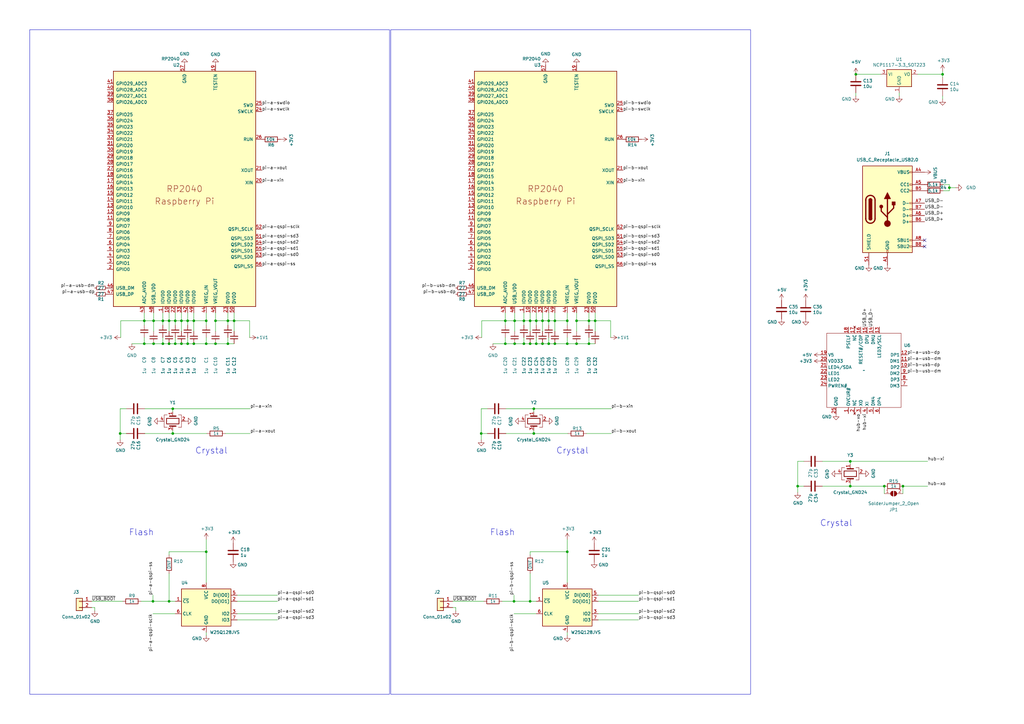
<source format=kicad_sch>
(kicad_sch (version 20230121) (generator eeschema)
  (paper "A3")
  (lib_symbols
    (symbol "Connector:USB_C_Receptacle_USB2.0" (pin_names (offset 1.016))
      (property "Reference" "J" (at -10.16 19.05 0))
      (property "Value" "USB_C_Receptacle_USB2.0" (at 19.05 19.05 0))
      (symbol "USB_C_Receptacle_USB2.0_1_1"
        (pin passive line (at 0 -22.86 90) (length 5.08) (name "GND") (number "A1"))
        (pin passive line (at 0 -22.86 90) (length 5.08) hide (name "GND") (number "A12"))
        (pin passive line (at 15.24 15.24 180) (length 5.08) (name "VBUS") (number "A4"))
        (pin bidirectional line (at 15.24 10.16 180) (length 5.08) (name "CC1") (number "A5"))
        (pin bidirectional line (at 15.24 -2.54 180) (length 5.08) (name "D+") (number "A6"))
        (pin bidirectional line (at 15.24 2.54 180) (length 5.08) (name "D-") (number "A7"))
        (pin bidirectional line (at 15.24 -12.7 180) (length 5.08) (name "SBU1") (number "A8"))
        (pin passive line (at 15.24 15.24 180) (length 5.08) hide (name "VBUS") (number "A9"))
        (pin passive line (at 0 -22.86 90) (length 5.08) hide (name "GND") (number "B1"))
        (pin passive line (at 0 -22.86 90) (length 5.08) hide (name "GND") (number "B12"))
        (pin passive line (at 15.24 15.24 180) (length 5.08) hide (name "VBUS") (number "B4"))
        (pin bidirectional line (at 15.24 7.62 180) (length 5.08) (name "CC2") (number "B5"))
        (pin bidirectional line (at 15.24 -5.08 180) (length 5.08) (name "D+") (number "B6"))
        (pin bidirectional line (at 15.24 0 180) (length 5.08) (name "D-") (number "B7"))
        (pin bidirectional line (at 15.24 -15.24 180) (length 5.08) (name "SBU2") (number "B8"))
        (pin passive line (at 15.24 15.24 180) (length 5.08) hide (name "VBUS") (number "B9"))
        (pin passive line (at -7.62 -22.86 90) (length 5.08) (name "SHIELD") (number "S1"))
      )
    )
    (symbol "Connector_Generic:Conn_01x02" (pin_names (offset 1.016) hide)
      (property "Reference" "J" (at 0 2.54 0))
      (property "Value" "Conn_01x02" (at 0 -5.08 0))
      (symbol "Conn_01x02_1_1"
        (pin passive line (at -5.08 0 0) (length 3.81) (name "Pin_1") (number "1"))
        (pin passive line (at -5.08 -2.54 0) (length 3.81) (name "Pin_2") (number "2"))
      )
    )
    (symbol "Device:C" (pin_numbers hide) (pin_names (offset 0.254))
      (property "Reference" "C" (at 0.635 2.54 0))
      (property "Value" "C" (at 0.635 -2.54 0))
      (symbol "C_1_1"
        (pin passive line (at 0 3.81 270) (length 2.794) (name "~") (number "1"))
        (pin passive line (at 0 -3.81 90) (length 2.794) (name "~") (number "2"))
      )
    )
    (symbol "Device:C_Small" (pin_numbers hide) (pin_names (offset 0.254) hide)
      (property "Reference" "C" (at 0.254 1.778 0))
      (property "Value" "C_Small" (at 0.254 -2.032 0))
      (symbol "C_Small_1_1"
        (pin passive line (at 0 2.54 270) (length 2.032) (name "~") (number "1"))
        (pin passive line (at 0 -2.54 90) (length 2.032) (name "~") (number "2"))
      )
    )
    (symbol "Device:Crystal_GND24" (pin_names (offset 1.016) hide)
      (property "Reference" "Y" (at 3.175 5.08 0))
      (property "Value" "Crystal_GND24" (at 3.175 3.175 0))
      (symbol "Crystal_GND24_1_1"
        (pin passive line (at -3.81 0 0) (length 1.27) (name "1") (number "1"))
        (pin passive line (at 0 5.08 270) (length 1.27) (name "2") (number "2"))
        (pin passive line (at 3.81 0 180) (length 1.27) (name "3") (number "3"))
        (pin passive line (at 0 -5.08 90) (length 1.27) (name "4") (number "4"))
      )
    )
    (symbol "Device:R" (pin_numbers hide) (pin_names (offset 0))
      (property "Reference" "R" (at 2.032 0 90))
      (property "Value" "R" (at 0 0 90))
      (symbol "R_1_1"
        (pin passive line (at 0 3.81 270) (length 1.27) (name "~") (number "1"))
        (pin passive line (at 0 -3.81 90) (length 1.27) (name "~") (number "2"))
      )
    )
    (symbol "Device:R_Small" (pin_numbers hide) (pin_names (offset 0.254) hide)
      (property "Reference" "R" (at 0.762 0.508 0))
      (property "Value" "R_Small" (at 0.762 -1.016 0))
      (symbol "R_Small_1_1"
        (pin passive line (at 0 2.54 270) (length 0.762) (name "~") (number "1"))
        (pin passive line (at 0 -2.54 90) (length 0.762) (name "~") (number "2"))
      )
    )
    (symbol "Jumper:SolderJumper_2_Open" (pin_names (offset 0) hide)
      (property "Reference" "JP" (at 0 2.032 0))
      (property "Value" "SolderJumper_2_Open" (at 0 -2.54 0))
      (symbol "SolderJumper_2_Open_1_1"
        (pin passive line (at -3.81 0 0) (length 2.54) (name "A") (number "1"))
        (pin passive line (at 3.81 0 180) (length 2.54) (name "B") (number "2"))
      )
    )
    (symbol "RP2040_minimal-rescue:W25Q128JVS-Memory_Flash"
      (property "Reference" "U" (at -8.89 8.89 0))
      (property "Value" "Memory_Flash_W25Q128JVS" (at 7.62 8.89 0))
      (symbol "W25Q128JVS-Memory_Flash_1_1"
        (pin input line (at -12.7 2.54 0) (length 2.54) (name "~{CS}") (number "1"))
        (pin bidirectional line (at 12.7 2.54 180) (length 2.54) (name "DO(IO1)") (number "2"))
        (pin bidirectional line (at 12.7 -2.54 180) (length 2.54) (name "IO2") (number "3"))
        (pin power_in line (at 0 -10.16 90) (length 2.54) (name "GND") (number "4"))
        (pin bidirectional line (at 12.7 5.08 180) (length 2.54) (name "DI(IO0)") (number "5"))
        (pin input line (at -12.7 -2.54 0) (length 2.54) (name "CLK") (number "6"))
        (pin bidirectional line (at 12.7 -5.08 180) (length 2.54) (name "IO3") (number "7"))
        (pin power_in line (at 0 10.16 270) (length 2.54) (name "VCC") (number "8"))
      )
    )
    (symbol "Regulator_Linear:NCP1117-3.3_SOT223"
      (property "Reference" "U" (at -3.81 3.175 0))
      (property "Value" "NCP1117-3.3_SOT223" (at 0 3.175 0))
      (symbol "NCP1117-3.3_SOT223_1_1"
        (pin power_in line (at 0 -7.62 90) (length 2.54) (name "GND") (number "1"))
        (pin power_out line (at 7.62 0 180) (length 2.54) (name "VO") (number "2"))
        (pin power_in line (at -7.62 0 0) (length 2.54) (name "VI") (number "3"))
      )
    )
    (symbol "ov-twin:CH334F"
      (property "Reference" "U" (at 0 0 0))
      (symbol "CH334F_0_0"
        (pin input line (at -6.35 -17.78 90) (length 2.54) (name "OVCUR#") (number "1"))
        (pin bidirectional line (at 17.78 1.27 180) (length 2.54) (name "DP2") (number "10"))
        (pin bidirectional line (at 17.78 3.81 180) (length 2.54) (name "DM1") (number "11"))
        (pin bidirectional line (at 17.78 6.35 180) (length 2.54) (name "DP1") (number "12"))
        (pin bidirectional line (at 6.35 17.78 270) (length 2.54) (name "LED3/SCL") (number "13"))
        (pin bidirectional line (at 3.81 17.78 270) (length 2.54) (name "DMU") (number "14"))
        (pin bidirectional line (at 1.27 17.78 270) (length 2.54) (name "DPU") (number "15"))
        (pin input line (at -1.27 17.78 270) (length 2.54) (name "RESET#/CDP") (number "16"))
        (pin no_connect line (at -3.81 17.78 270) (length 2.54) (name "NC") (number "17"))
        (pin bidirectional line (at -6.35 17.78 270) (length 2.54) (name "PSELF") (number "18"))
        (pin no_connect line (at -3.81 -17.78 90) (length 2.54) (name "NC") (number "2"))
        (pin power_in line (at -17.78 3.81 0) (length 2.54) (name "VDD33") (number "20"))
        (pin bidirectional line (at -17.78 1.27 0) (length 2.54) (name "LED4/SDA") (number "21"))
        (pin output line (at -17.78 -1.27 0) (length 2.54) (name "LED1") (number "22"))
        (pin output line (at -17.78 -3.81 0) (length 2.54) (name "LED2") (number "23"))
        (pin input line (at -17.78 -6.35 0) (length 2.54) (name "PWREN#") (number "24"))
        (pin bidirectional line (at -1.27 -17.78 90) (length 2.54) (name "XO") (number "3"))
        (pin bidirectional line (at 1.27 -17.78 90) (length 2.54) (name "XI") (number "4"))
        (pin bidirectional line (at 3.81 -17.78 90) (length 2.54) (name "DM4") (number "5"))
        (pin bidirectional line (at 6.35 -17.78 90) (length 2.54) (name "DP4") (number "6"))
        (pin bidirectional line (at 17.78 -6.35 180) (length 2.54) (name "DM3") (number "7"))
        (pin bidirectional line (at 17.78 -3.81 180) (length 2.54) (name "DP3") (number "8"))
        (pin bidirectional line (at 17.78 -1.27 180) (length 2.54) (name "DM2") (number "9"))
      )
      (symbol "CH334F_1_0"
        (pin power_in line (at -17.78 6.35 0) (length 2.54) (name "V5") (number "19"))
        (pin power_in line (at -11.43 -17.78 90) (length 2.54) (name "GND") (number "25"))
      )
    )
    (symbol "ov-twin:RP2040" (pin_names (offset 1.016))
      (property "Reference" "U3" (at -27.94 49.53 0))
      (property "Value" "RP2040" (at 24.13 -50.8 0))
      (symbol "RP2040_0_0"
        (text "Raspberry Pi" (at 0 5.08 0) (effects (font (size 2.54 2.54))))
        (text "RP2040" (at 0 0 0) (effects (font (size 2.54 2.54))))
      )
      (symbol "RP2040_1_1"
        (pin power_in line (at 8.89 50.8 270) (length 2.54) (name "IOVDD") (number "1"))
        (pin power_in line (at 6.35 50.8 270) (length 2.54) (name "IOVDD") (number "10"))
        (pin bidirectional line (at 31.75 12.7 180) (length 2.54) (name "GPIO8") (number "11"))
        (pin bidirectional line (at 31.75 10.16 180) (length 2.54) (name "GPIO9") (number "12"))
        (pin bidirectional line (at 31.75 7.62 180) (length 2.54) (name "GPIO10") (number "13"))
        (pin bidirectional line (at 31.75 5.08 180) (length 2.54) (name "GPIO11") (number "14"))
        (pin bidirectional line (at 31.75 2.54 180) (length 2.54) (name "GPIO12") (number "15"))
        (pin bidirectional line (at 31.75 0 180) (length 2.54) (name "GPIO13") (number "16"))
        (pin bidirectional line (at 31.75 -2.54 180) (length 2.54) (name "GPIO14") (number "17"))
        (pin bidirectional line (at 31.75 -5.08 180) (length 2.54) (name "GPIO15") (number "18"))
        (pin passive line (at -12.7 -50.8 90) (length 2.54) (name "TESTEN") (number "19"))
        (pin bidirectional line (at 31.75 33.02 180) (length 2.54) (name "GPIO0") (number "2"))
        (pin input line (at -31.75 -2.54 0) (length 2.54) (name "XIN") (number "20"))
        (pin passive line (at -31.75 -7.62 0) (length 2.54) (name "XOUT") (number "21"))
        (pin power_in line (at 3.81 50.8 270) (length 2.54) (name "IOVDD") (number "22"))
        (pin power_in line (at -17.78 50.8 270) (length 2.54) (name "DVDD") (number "23"))
        (pin output line (at -31.75 -31.75 0) (length 2.54) (name "SWCLK") (number "24"))
        (pin bidirectional line (at -31.75 -34.29 0) (length 2.54) (name "SWD") (number "25"))
        (pin input line (at -31.75 -20.32 0) (length 2.54) (name "RUN") (number "26"))
        (pin bidirectional line (at 31.75 -7.62 180) (length 2.54) (name "GPIO16") (number "27"))
        (pin bidirectional line (at 31.75 -10.16 180) (length 2.54) (name "GPIO17") (number "28"))
        (pin bidirectional line (at 31.75 -12.7 180) (length 2.54) (name "GPIO18") (number "29"))
        (pin bidirectional line (at 31.75 30.48 180) (length 2.54) (name "GPIO1") (number "3"))
        (pin bidirectional line (at 31.75 -15.24 180) (length 2.54) (name "GPIO19") (number "30"))
        (pin bidirectional line (at 31.75 -17.78 180) (length 2.54) (name "GPIO20") (number "31"))
        (pin bidirectional line (at 31.75 -20.32 180) (length 2.54) (name "GPIO21") (number "32"))
        (pin power_in line (at 1.27 50.8 270) (length 2.54) (name "IOVDD") (number "33"))
        (pin bidirectional line (at 31.75 -22.86 180) (length 2.54) (name "GPIO22") (number "34"))
        (pin bidirectional line (at 31.75 -25.4 180) (length 2.54) (name "GPIO23") (number "35"))
        (pin bidirectional line (at 31.75 -27.94 180) (length 2.54) (name "GPIO24") (number "36"))
        (pin bidirectional line (at 31.75 -30.48 180) (length 2.54) (name "GPIO25") (number "37"))
        (pin bidirectional line (at 31.75 -35.56 180) (length 2.54) (name "GPIO26_ADC0") (number "38"))
        (pin bidirectional line (at 31.75 -38.1 180) (length 2.54) (name "GPIO27_ADC1") (number "39"))
        (pin bidirectional line (at 31.75 27.94 180) (length 2.54) (name "GPIO2") (number "4"))
        (pin bidirectional line (at 31.75 -40.64 180) (length 2.54) (name "GPIO28_ADC2") (number "40"))
        (pin bidirectional line (at 31.75 -43.18 180) (length 2.54) (name "GPIO29_ADC3") (number "41"))
        (pin power_in line (at -1.27 50.8 270) (length 2.54) (name "IOVDD") (number "42"))
        (pin power_in line (at 16.51 50.8 270) (length 2.54) (name "ADC_AVDD") (number "43"))
        (pin power_in line (at -8.89 50.8 270) (length 2.54) (name "VREG_IN") (number "44"))
        (pin power_out line (at -12.7 50.8 270) (length 2.54) (name "VREG_VOUT") (number "45"))
        (pin bidirectional line (at 31.75 40.64 180) (length 2.54) (name "USB_DM") (number "46"))
        (pin bidirectional line (at 31.75 43.18 180) (length 2.54) (name "USB_DP") (number "47"))
        (pin power_in line (at 12.7 50.8 270) (length 2.54) (name "USB_VDD") (number "48"))
        (pin power_in line (at -3.81 50.8 270) (length 2.54) (name "IOVDD") (number "49"))
        (pin bidirectional line (at 31.75 25.4 180) (length 2.54) (name "GPIO3") (number "5"))
        (pin power_in line (at -20.32 50.8 270) (length 2.54) (name "DVDD") (number "50"))
        (pin bidirectional line (at -31.75 20.32 0) (length 2.54) (name "QSPI_SD3") (number "51"))
        (pin output line (at -31.75 16.51 0) (length 2.54) (name "QSPI_SCLK") (number "52"))
        (pin bidirectional line (at -31.75 27.94 0) (length 2.54) (name "QSPI_SD0") (number "53"))
        (pin bidirectional line (at -31.75 22.86 0) (length 2.54) (name "QSPI_SD2") (number "54"))
        (pin bidirectional line (at -31.75 25.4 0) (length 2.54) (name "QSPI_SD1") (number "55"))
        (pin bidirectional line (at -31.75 31.75 0) (length 2.54) (name "QSPI_SS") (number "56"))
        (pin power_in line (at 0 -50.8 90) (length 2.54) (name "GND") (number "57"))
        (pin bidirectional line (at 31.75 22.86 180) (length 2.54) (name "GPIO4") (number "6"))
        (pin bidirectional line (at 31.75 20.32 180) (length 2.54) (name "GPIO5") (number "7"))
        (pin bidirectional line (at 31.75 17.78 180) (length 2.54) (name "GPIO6") (number "8"))
        (pin bidirectional line (at 31.75 15.24 180) (length 2.54) (name "GPIO7") (number "9"))
      )
    )
    (symbol "power:+1V1" (power) (pin_names (offset 0))
      (property "Value" "+1V1" (at 0 3.556 0))
      (symbol "+1V1_1_1"
        (pin power_in line (at 0 0 90) (length 0) hide (name "+1V1") (number "1"))
      )
    )
    (symbol "power:+3V3" (power) (pin_names (offset 0))
      (property "Value" "+3V3" (at 0 3.556 0))
      (symbol "+3V3_1_1"
        (pin power_in line (at 0 0 90) (length 0) hide (name "+3V3") (number "1"))
      )
    )
    (symbol "power:+5V" (power) (pin_names (offset 0))
      (property "Value" "+5V" (at 0 3.556 0))
      (symbol "+5V_1_1"
        (pin power_in line (at 0 0 90) (length 0) hide (name "+5V") (number "1"))
      )
    )
    (symbol "power:GND" (power) (pin_names (offset 0))
      (property "Value" "GND" (at 0 -3.81 0))
      (symbol "GND_1_1"
        (pin power_in line (at 0 0 270) (length 0) hide (name "GND") (number "1"))
      )
    )
    (symbol "power:VBUS" (power) (pin_names (offset 0))
      (property "Value" "VBUS" (at 0 3.81 0))
      (symbol "VBUS_1_1"
        (pin power_in line (at 0 0 90) (length 0) hide (name "VBUS") (number "1"))
      )
    )
  )
  (junction (at 74.422 140.97))
  (junction (at 49.276 177.8))
  (junction (at 210.82 246.634))
  (junction (at 327.152 199.39))
  (junction (at 69.342 246.634))
  (junction (at 389.382 76.962))
  (junction (at 76.962 131.572))
  (junction (at 351.028 30.48))
  (junction (at 225.044 131.572))
  (junction (at 225.044 140.97))
  (junction (at 66.802 140.97))
  (junction (at 79.502 140.97))
  (junction (at 93.472 140.97))
  (junction (at 214.884 131.572))
  (junction (at 217.424 131.572))
  (junction (at 217.424 246.634))
  (junction (at 96.012 131.572))
  (junction (at 241.554 140.97))
  (junction (at 211.074 131.572))
  (junction (at 217.424 140.97))
  (junction (at 71.882 131.572))
  (junction (at 84.582 226.314))
  (junction (at 232.664 226.314))
  (junction (at 244.094 131.572))
  (junction (at 348.742 189.23))
  (junction (at 222.504 131.572))
  (junction (at 218.948 177.8))
  (junction (at 207.264 140.97))
  (junction (at 70.866 167.64))
  (junction (at 218.948 167.64))
  (junction (at 74.422 131.572))
  (junction (at 211.074 140.97))
  (junction (at 88.392 140.97))
  (junction (at 62.992 140.97))
  (junction (at 69.342 131.572))
  (junction (at 348.742 199.39))
  (junction (at 241.554 131.572))
  (junction (at 386.588 30.48))
  (junction (at 232.664 140.97))
  (junction (at 219.964 140.97))
  (junction (at 236.474 140.97))
  (junction (at 62.992 131.572))
  (junction (at 59.182 131.572))
  (junction (at 207.264 131.572))
  (junction (at 219.964 131.572))
  (junction (at 236.474 131.572))
  (junction (at 76.962 140.97))
  (junction (at 71.882 140.97))
  (junction (at 93.472 131.572))
  (junction (at 69.342 140.97))
  (junction (at 227.584 131.572))
  (junction (at 59.182 140.97))
  (junction (at 62.738 246.634))
  (junction (at 197.358 177.8))
  (junction (at 214.884 140.97))
  (junction (at 222.504 140.97))
  (junction (at 84.582 140.97))
  (junction (at 232.664 131.572))
  (junction (at 70.866 177.8))
  (junction (at 66.802 131.572))
  (junction (at 227.584 140.97))
  (junction (at 88.392 131.572))
  (junction (at 370.332 199.39))
  (junction (at 362.712 199.39))
  (junction (at 79.502 131.572))
  (junction (at 84.582 131.572))
  (no_connect (at 379.222 98.552))
  (no_connect (at 379.222 101.092))
  (wire (pts (xy 207.264 140.97) (xy 211.074 140.97)))
  (wire (pts (xy 51.816 177.8) (xy 49.276 177.8)))
  (wire (pts (xy 57.912 246.634) (xy 62.738 246.634)))
  (wire (pts (xy 84.582 140.97) (xy 79.502 140.97)))
  (wire (pts (xy 197.358 167.64) (xy 197.358 177.8)))
  (wire (pts (xy 217.424 131.572) (xy 214.884 131.572)))
  (wire (pts (xy 207.264 140.97) (xy 202.184 140.97)))
  (wire (pts (xy 241.554 131.572) (xy 241.554 128.27)))
  (wire (pts (xy 71.882 140.97) (xy 69.342 140.97)))
  (wire (pts (xy 225.044 131.572) (xy 225.044 128.27)))
  (wire (pts (xy 198.374 246.634) (xy 185.674 246.634)))
  (wire (pts (xy 207.518 167.64) (xy 218.948 167.64)))
  (wire (pts (xy 232.664 131.572) (xy 232.664 128.27)))
  (wire (pts (xy 389.382 75.692) (xy 389.382 76.962)))
  (wire (pts (xy 214.884 131.572) (xy 214.884 128.27)))
  (wire (pts (xy 327.152 189.23) (xy 327.152 199.39)))
  (wire (pts (xy 211.074 135.89) (xy 211.074 131.572)))
  (wire (pts (xy 71.882 133.35) (xy 71.882 131.572)))
  (wire (pts (xy 199.898 167.64) (xy 197.358 167.64)))
  (wire (pts (xy 88.392 140.97) (xy 84.582 140.97)))
  (wire (pts (xy 232.664 131.572) (xy 227.584 131.572)))
  (wire (pts (xy 386.588 30.48) (xy 386.588 29.21)))
  (wire (pts (xy 218.948 176.53) (xy 218.948 177.8)))
  (wire (pts (xy 217.424 246.634) (xy 219.964 246.634)))
  (wire (pts (xy 92.456 177.8) (xy 102.616 177.8)))
  (wire (pts (xy 210.82 246.634) (xy 217.424 246.634)))
  (wire (pts (xy 62.992 131.572) (xy 62.992 128.27)))
  (wire (pts (xy 227.584 140.97) (xy 225.044 140.97)))
  (wire (pts (xy 84.582 131.572) (xy 79.502 131.572)))
  (wire (pts (xy 69.342 135.89) (xy 69.342 131.572)))
  (wire (pts (xy 79.502 131.572) (xy 79.502 128.27)))
  (wire (pts (xy 93.472 131.572) (xy 88.392 131.572)))
  (wire (pts (xy 348.742 189.23) (xy 380.492 189.23)))
  (wire (pts (xy 38.862 249.174) (xy 38.862 250.444)))
  (wire (pts (xy 236.474 140.97) (xy 232.664 140.97)))
  (wire (pts (xy 225.044 133.35) (xy 225.044 131.572)))
  (wire (pts (xy 197.612 131.572) (xy 197.612 138.43)))
  (wire (pts (xy 76.962 140.97) (xy 74.422 140.97)))
  (wire (pts (xy 241.554 131.572) (xy 236.474 131.572)))
  (wire (pts (xy 97.282 254.254) (xy 113.792 254.254)))
  (wire (pts (xy 70.866 176.53) (xy 70.866 177.8)))
  (wire (pts (xy 227.584 131.572) (xy 225.044 131.572)))
  (wire (pts (xy 245.364 251.714) (xy 261.874 251.714)))
  (wire (pts (xy 59.182 138.43) (xy 59.182 140.97)))
  (wire (pts (xy 84.582 140.97) (xy 84.582 138.43)))
  (wire (pts (xy 69.342 226.314) (xy 84.582 226.314)))
  (wire (pts (xy 207.264 131.572) (xy 207.264 128.27)))
  (wire (pts (xy 348.742 198.12) (xy 348.742 199.39)))
  (wire (pts (xy 207.264 138.43) (xy 207.264 140.97)))
  (wire (pts (xy 211.074 131.572) (xy 207.264 131.572)))
  (wire (pts (xy 236.474 135.89) (xy 236.474 131.572)))
  (wire (pts (xy 232.664 259.334) (xy 232.664 260.604)))
  (wire (pts (xy 214.884 131.572) (xy 211.074 131.572)))
  (wire (pts (xy 59.436 167.64) (xy 70.866 167.64)))
  (wire (pts (xy 205.994 246.634) (xy 210.82 246.634)))
  (wire (pts (xy 244.094 131.572) (xy 241.554 131.572)))
  (wire (pts (xy 96.012 131.572) (xy 96.012 128.27)))
  (wire (pts (xy 218.948 177.8) (xy 232.918 177.8)))
  (wire (pts (xy 225.044 140.97) (xy 225.044 138.43)))
  (wire (pts (xy 76.962 133.35) (xy 76.962 131.572)))
  (wire (pts (xy 218.948 167.64) (xy 250.698 167.64)))
  (wire (pts (xy 232.664 140.97) (xy 227.584 140.97)))
  (wire (pts (xy 84.582 133.35) (xy 84.582 131.572)))
  (wire (pts (xy 250.444 131.572) (xy 250.444 138.43)))
  (wire (pts (xy 370.332 199.39) (xy 380.492 199.39)))
  (wire (pts (xy 59.182 131.572) (xy 49.53 131.572)))
  (wire (pts (xy 386.588 39.37) (xy 386.588 40.64)))
  (wire (pts (xy 76.962 131.572) (xy 76.962 128.27)))
  (wire (pts (xy 37.592 249.174) (xy 38.862 249.174)))
  (wire (pts (xy 49.53 131.572) (xy 49.53 138.43)))
  (wire (pts (xy 59.182 133.35) (xy 59.182 131.572)))
  (wire (pts (xy 76.962 140.97) (xy 76.962 138.43)))
  (wire (pts (xy 97.282 251.714) (xy 113.792 251.714)))
  (wire (pts (xy 219.964 131.572) (xy 219.964 128.27)))
  (wire (pts (xy 71.882 131.572) (xy 69.342 131.572)))
  (wire (pts (xy 218.948 167.64) (xy 218.948 168.91)))
  (wire (pts (xy 362.712 199.39) (xy 362.712 202.438)))
  (wire (pts (xy 50.292 246.634) (xy 37.592 246.634)))
  (wire (pts (xy 245.364 254.254) (xy 261.874 254.254)))
  (wire (pts (xy 71.882 131.572) (xy 71.882 128.27)))
  (wire (pts (xy 49.276 167.64) (xy 49.276 177.8)))
  (wire (pts (xy 227.584 131.572) (xy 227.584 128.27)))
  (wire (pts (xy 389.382 78.232) (xy 389.382 76.962)))
  (wire (pts (xy 88.392 131.572) (xy 88.392 128.27)))
  (wire (pts (xy 93.472 131.572) (xy 93.472 128.27)))
  (wire (pts (xy 62.738 246.634) (xy 69.342 246.634)))
  (wire (pts (xy 386.842 78.232) (xy 389.382 78.232)))
  (wire (pts (xy 225.044 140.97) (xy 222.504 140.97)))
  (wire (pts (xy 96.012 131.572) (xy 93.472 131.572)))
  (wire (pts (xy 97.282 244.094) (xy 113.792 244.094)))
  (wire (pts (xy 241.554 140.97) (xy 236.474 140.97)))
  (wire (pts (xy 62.738 244.094) (xy 62.738 246.634)))
  (wire (pts (xy 69.342 235.204) (xy 69.342 246.634)))
  (wire (pts (xy 329.692 199.39) (xy 327.152 199.39)))
  (wire (pts (xy 386.842 75.692) (xy 389.382 75.692)))
  (wire (pts (xy 244.094 135.89) (xy 244.094 131.572)))
  (wire (pts (xy 236.474 131.572) (xy 236.474 128.27)))
  (wire (pts (xy 370.332 199.39) (xy 370.332 202.438)))
  (wire (pts (xy 59.182 140.97) (xy 62.992 140.97)))
  (wire (pts (xy 217.424 131.572) (xy 217.424 128.27)))
  (wire (pts (xy 217.424 235.204) (xy 217.424 246.634)))
  (wire (pts (xy 79.502 135.89) (xy 79.502 131.572)))
  (wire (pts (xy 74.422 135.89) (xy 74.422 131.572)))
  (wire (pts (xy 79.502 140.97) (xy 76.962 140.97)))
  (wire (pts (xy 93.472 140.97) (xy 93.472 138.43)))
  (wire (pts (xy 210.82 244.094) (xy 210.82 246.634)))
  (wire (pts (xy 96.012 135.89) (xy 96.012 131.572)))
  (wire (pts (xy 219.964 131.572) (xy 217.424 131.572)))
  (wire (pts (xy 186.944 249.174) (xy 186.944 250.444)))
  (wire (pts (xy 69.342 131.572) (xy 69.342 128.27)))
  (wire (pts (xy 219.964 140.97) (xy 219.964 138.43)))
  (wire (pts (xy 232.664 133.35) (xy 232.664 131.572)))
  (wire (pts (xy 327.152 199.39) (xy 327.152 201.93)))
  (wire (pts (xy 244.094 131.572) (xy 244.094 128.27)))
  (wire (pts (xy 70.866 177.8) (xy 84.836 177.8)))
  (wire (pts (xy 222.504 135.89) (xy 222.504 131.572)))
  (wire (pts (xy 222.504 131.572) (xy 219.964 131.572)))
  (wire (pts (xy 76.962 131.572) (xy 74.422 131.572)))
  (wire (pts (xy 219.964 140.97) (xy 217.424 140.97)))
  (wire (pts (xy 70.866 167.64) (xy 70.866 168.91)))
  (wire (pts (xy 244.094 140.97) (xy 241.554 140.97)))
  (wire (pts (xy 222.504 131.572) (xy 222.504 128.27)))
  (wire (pts (xy 197.358 177.8) (xy 197.358 180.34)))
  (wire (pts (xy 214.884 133.35) (xy 214.884 131.572)))
  (wire (pts (xy 348.742 189.23) (xy 348.742 190.5)))
  (wire (pts (xy 74.422 131.572) (xy 71.882 131.572)))
  (wire (pts (xy 376.428 30.48) (xy 386.588 30.48)))
  (wire (pts (xy 66.802 133.35) (xy 66.802 131.572)))
  (wire (pts (xy 207.518 177.8) (xy 218.948 177.8)))
  (wire (pts (xy 225.044 131.572) (xy 222.504 131.572)))
  (wire (pts (xy 97.282 246.634) (xy 113.792 246.634)))
  (wire (pts (xy 389.382 76.962) (xy 391.922 76.962)))
  (wire (pts (xy 93.472 133.35) (xy 93.472 131.572)))
  (wire (pts (xy 337.312 199.39) (xy 348.742 199.39)))
  (wire (pts (xy 71.882 140.97) (xy 71.882 138.43)))
  (wire (pts (xy 185.674 249.174) (xy 186.944 249.174)))
  (wire (pts (xy 69.342 227.584) (xy 69.342 226.314)))
  (wire (pts (xy 240.538 177.8) (xy 250.698 177.8)))
  (wire (pts (xy 69.342 246.634) (xy 71.882 246.634)))
  (wire (pts (xy 217.424 140.97) (xy 214.884 140.97)))
  (wire (pts (xy 93.472 140.97) (xy 88.392 140.97)))
  (wire (pts (xy 102.362 131.572) (xy 102.362 138.43)))
  (wire (pts (xy 49.276 177.8) (xy 49.276 180.34)))
  (wire (pts (xy 217.424 226.314) (xy 232.664 226.314)))
  (wire (pts (xy 84.582 131.572) (xy 84.582 128.27)))
  (wire (pts (xy 51.816 167.64) (xy 49.276 167.64)))
  (wire (pts (xy 211.074 131.572) (xy 211.074 128.27)))
  (wire (pts (xy 84.582 226.314) (xy 84.582 239.014)))
  (wire (pts (xy 74.422 131.572) (xy 74.422 128.27)))
  (wire (pts (xy 74.422 140.97) (xy 71.882 140.97)))
  (wire (pts (xy 96.012 131.572) (xy 102.362 131.572)))
  (wire (pts (xy 361.188 30.48) (xy 351.028 30.48)))
  (wire (pts (xy 69.342 131.572) (xy 66.802 131.572)))
  (wire (pts (xy 351.028 38.1) (xy 351.028 39.37)))
  (wire (pts (xy 232.664 226.314) (xy 232.664 239.014)))
  (wire (pts (xy 59.436 177.8) (xy 70.866 177.8)))
  (wire (pts (xy 329.692 189.23) (xy 327.152 189.23)))
  (wire (pts (xy 199.898 177.8) (xy 197.358 177.8)))
  (wire (pts (xy 244.094 131.572) (xy 250.444 131.572)))
  (wire (pts (xy 217.424 135.89) (xy 217.424 131.572)))
  (wire (pts (xy 59.182 140.97) (xy 54.102 140.97)))
  (wire (pts (xy 66.802 131.572) (xy 66.802 128.27)))
  (wire (pts (xy 62.992 131.572) (xy 59.182 131.572)))
  (wire (pts (xy 245.364 244.094) (xy 261.874 244.094)))
  (wire (pts (xy 241.554 140.97) (xy 241.554 138.43)))
  (wire (pts (xy 214.884 140.97) (xy 211.074 140.97)))
  (wire (pts (xy 214.884 140.97) (xy 214.884 138.43)))
  (wire (pts (xy 222.504 140.97) (xy 219.964 140.97)))
  (wire (pts (xy 232.664 221.234) (xy 232.664 226.314)))
  (wire (pts (xy 84.582 221.234) (xy 84.582 226.314)))
  (wire (pts (xy 62.992 135.89) (xy 62.992 131.572)))
  (wire (pts (xy 337.312 189.23) (xy 348.742 189.23)))
  (wire (pts (xy 207.264 131.572) (xy 197.612 131.572)))
  (wire (pts (xy 84.582 259.334) (xy 84.582 260.604)))
  (wire (pts (xy 207.264 133.35) (xy 207.264 131.572)))
  (wire (pts (xy 79.502 131.572) (xy 76.962 131.572)))
  (wire (pts (xy 66.802 140.97) (xy 62.992 140.97)))
  (wire (pts (xy 66.802 140.97) (xy 66.802 138.43)))
  (wire (pts (xy 96.012 140.97) (xy 93.472 140.97)))
  (wire (pts (xy 219.964 133.35) (xy 219.964 131.572)))
  (wire (pts (xy 232.664 140.97) (xy 232.664 138.43)))
  (wire (pts (xy 210.82 251.714) (xy 219.964 251.714)))
  (wire (pts (xy 368.808 38.1) (xy 368.808 39.37)))
  (wire (pts (xy 348.742 199.39) (xy 362.712 199.39)))
  (wire (pts (xy 241.554 133.35) (xy 241.554 131.572)))
  (wire (pts (xy 66.802 131.572) (xy 62.992 131.572)))
  (wire (pts (xy 245.364 246.634) (xy 261.874 246.634)))
  (wire (pts (xy 227.584 135.89) (xy 227.584 131.572)))
  (wire (pts (xy 69.342 140.97) (xy 66.802 140.97)))
  (wire (pts (xy 70.866 167.64) (xy 102.616 167.64)))
  (wire (pts (xy 88.392 135.89) (xy 88.392 131.572)))
  (wire (pts (xy 386.588 31.75) (xy 386.588 30.48)))
  (wire (pts (xy 217.424 227.584) (xy 217.424 226.314)))
  (wire (pts (xy 62.738 251.714) (xy 71.882 251.714)))
  (wire (pts (xy 59.182 131.572) (xy 59.182 128.27)))
  (rectangle (start 12.192 12.192) (end 159.766 284.734))
  (rectangle (start 160.274 12.192) (end 307.848 284.734))
  (text "Crystal" (at 228.092 186.436 0) (effects (font (size 2.54 2.54)) (justify left bottom)))
  (text "Flash" (at 52.832 219.964 0) (effects (font (size 2.54 2.54)) (justify left bottom)))
  (text "Flash" (at 200.914 219.964 0) (effects (font (size 2.54 2.54)) (justify left bottom)))
  (text "Crystal" (at 336.296 216.154 0) (effects (font (size 2.54 2.54)) (justify left bottom)))
  (text "Crystal" (at 80.01 186.436 0) (effects (font (size 2.54 2.54)) (justify left bottom)))
  (label "pi-b-xin" (at 250.698 167.64 0))
  (label "pi-a-qspi-sd1" (at 113.792 246.634 0))
  (label "USB_D+" (at 379.222 88.392 0))
  (label "pi-b-swdio" (at 255.524 43.18 0))
  (label "pi-a-usb-dm" (at 38.862 118.11 180))
  (label "pi-a-qspi-sclk" (at 107.442 93.98 0))
  (label "hub-xo" (at 380.492 199.39 0))
  (label "pi-b-xout" (at 250.698 177.8 0))
  (label "pi-b-usb-dm" (at 372.11 153.162 0))
  (label "hub-xi" (at 355.6 169.672 270))
  (label "pi-a-qspi-sd0" (at 113.792 244.094 0))
  (label "pi-a-qspi-sclk" (at 62.738 251.714 270))
  (label "~{USB_BOOT}" (at 37.592 246.634 0))
  (label "pi-b-qspi-sd2" (at 261.874 251.714 0))
  (label "pi-b-qspi-sd0" (at 255.524 105.41 0))
  (label "USB_D-" (at 379.222 85.852 0))
  (label "hub-xi" (at 380.492 189.23 0))
  (label "pi-b-qspi-sd0" (at 261.874 244.094 0))
  (label "pi-b-xout" (at 255.524 69.85 0))
  (label "pi-b-qspi-ss" (at 255.524 109.22 0))
  (label "pi-b-qspi-sd3" (at 261.874 254.254 0))
  (label "pi-b-qspi-sclk" (at 210.82 251.714 270))
  (label "pi-a-qspi-sd2" (at 107.442 100.33 0))
  (label "hub-xo" (at 353.06 169.672 270))
  (label "pi-b-qspi-sclk" (at 255.524 93.98 0))
  (label "pi-a-qspi-sd2" (at 113.792 251.714 0))
  (label "pi-b-qspi-sd3" (at 255.524 97.79 0))
  (label "USB_D+" (at 355.6 134.112 90))
  (label "pi-a-usb-dm" (at 372.11 148.082 0))
  (label "USB_D-" (at 358.14 134.112 90))
  (label "pi-a-xout" (at 107.442 69.85 0))
  (label "pi-a-qspi-ss" (at 107.442 109.22 0))
  (label "USB_D-" (at 379.222 83.312 0))
  (label "USB_D+" (at 379.222 90.932 0))
  (label "pi-b-qspi-sd2" (at 255.524 100.33 0))
  (label "pi-a-qspi-ss" (at 62.738 244.094 90))
  (label "pi-b-swclk" (at 255.524 45.72 0))
  (label "pi-a-xin" (at 102.616 167.64 0))
  (label "pi-a-usb-dp" (at 372.11 145.542 0))
  (label "pi-b-qspi-sd1" (at 261.874 246.634 0))
  (label "pi-b-usb-dm" (at 186.944 118.11 180))
  (label "~{USB_BOOT}" (at 185.674 246.634 0))
  (label "pi-b-usb-dp" (at 372.11 150.622 0))
  (label "pi-a-qspi-sd1" (at 107.442 102.87 0))
  (label "pi-b-usb-dp" (at 186.944 120.65 180))
  (label "pi-b-qspi-ss" (at 210.82 244.094 90))
  (label "pi-a-qspi-sd3" (at 107.442 97.79 0))
  (label "pi-a-qspi-sd0" (at 107.442 105.41 0))
  (label "pi-a-usb-dp" (at 38.862 120.65 180))
  (label "pi-a-swdio" (at 107.442 43.18 0))
  (label "pi-a-xin" (at 107.442 74.93 0))
  (label "pi-a-qspi-sd3" (at 113.792 254.254 0))
  (label "pi-b-xin" (at 255.524 74.93 0))
  (label "pi-a-swclk" (at 107.442 45.72 0))
  (label "pi-a-xout" (at 102.616 177.8 0))
  (label "pi-b-qspi-sd1" (at 255.524 102.87 0))
  (symbol (lib_id "power:GND") (at 75.692 26.67 180) (unit 1)
    (property "Reference" "#PWR05" (effects hide))
    (property "Value" "GND" (at 75.692 22.098 0))
  )
  (symbol (lib_id "Device:C_Small") (at 225.044 135.89 180) (unit 1)
    (property "Reference" "C26" (at 225.044 146.304 90) (effects (justify left)))
    (property "Value" "1u" (at 225.044 150.876 90) (effects (justify left)))
    (property "Footprint" "Capacitor_SMD:C_0402_1005Metric" (effects hide))
  )
  (symbol (lib_id "Device:C_Small") (at 222.504 138.43 180) (unit 1)
    (property "Reference" "C25" (at 222.504 146.304 90) (effects (justify left)))
    (property "Value" "1u" (at 222.504 150.876 90) (effects (justify left)))
    (property "Footprint" "Capacitor_SMD:C_0402_1005Metric" (effects hide))
  )
  (symbol (lib_id "power:+3V3") (at 386.588 29.21 0) (unit 1)
    (property "Reference" "#PWR012" (effects hide))
    (property "Value" "+3V3" (at 386.969 24.8158 0))
  )
  (symbol (lib_id "Device:C_Small") (at 88.392 138.43 180) (unit 1)
    (property "Reference" "C10" (at 88.392 146.304 90) (effects (justify left)))
    (property "Value" "1u" (at 88.392 150.876 90) (effects (justify left)))
    (property "Footprint" "Capacitor_SMD:C_0402_1005Metric" (effects hide))
  )
  (symbol (lib_id "power:GND") (at 75.946 172.72 90) (unit 1)
    (property "Reference" "#PWR017" (effects hide))
    (property "Value" "GND" (at 80.3402 172.593 0))
  )
  (symbol (lib_id "Device:C") (at 330.454 127 0) (unit 1)
    (property "Reference" "C36" (at 333.375 125.8316 0) (effects (justify left)))
    (property "Value" "10u" (at 333.375 128.143 0) (effects (justify left)))
    (property "Footprint" "Capacitor_SMD:C_0805_2012Metric" (effects hide))
  )
  (symbol (lib_id "power:GND") (at 84.582 260.604 0) (unit 1)
    (property "Reference" "#PWR026" (effects hide))
    (property "Value" "GND" (at 80.772 261.874 0))
  )
  (symbol (lib_id "Device:C") (at 203.708 167.64 270) (unit 1)
    (property "Reference" "C17" (at 204.8764 170.561 0) (effects (justify left)))
    (property "Value" "27p" (at 202.565 170.561 0) (effects (justify left)))
    (property "Footprint" "Capacitor_SMD:C_0402_1005Metric" (effects hide))
  )
  (symbol (lib_id "Device:C_Small") (at 217.424 138.43 180) (unit 1)
    (property "Reference" "C23" (at 217.424 146.304 90) (effects (justify left)))
    (property "Value" "1u" (at 217.424 150.876 90) (effects (justify left)))
    (property "Footprint" "Capacitor_SMD:C_0402_1005Metric" (effects hide))
  )
  (symbol (lib_id "power:+5V") (at 320.548 123.19 0) (unit 1)
    (property "Reference" "#PWR043" (effects hide))
    (property "Value" "+5V" (at 320.548 118.872 0))
  )
  (symbol (lib_id "RP2040_minimal-rescue:W25Q128JVS-Memory_Flash") (at 232.664 249.174 0) (unit 1)
    (property "Reference" "U5" (at 223.774 239.014 0))
    (property "Value" "W25Q128JVS" (at 240.284 259.334 0))
    (property "Footprint" "Package_SO:SOIC-8_5.23x5.23mm_P1.27mm" (effects hide))
    (property "Datasheet" "http://www.winbond.com/resource-files/w25q128jv_dtr%20revc%2003272018%20plus.pdf" (effects hide))
  )
  (symbol (lib_id "Device:C_Small") (at 76.962 135.89 180) (unit 1)
    (property "Reference" "C3" (at 76.962 146.304 90) (effects (justify left)))
    (property "Value" "1u" (at 76.962 150.876 90) (effects (justify left)))
    (property "Footprint" "Capacitor_SMD:C_0402_1005Metric" (effects hide))
  )
  (symbol (lib_id "Device:C_Small") (at 96.012 138.43 180) (unit 1)
    (property "Reference" "C12" (at 96.012 146.304 90) (effects (justify left)))
    (property "Value" "1u" (at 96.012 150.876 90) (effects (justify left)))
    (property "Footprint" "Capacitor_SMD:C_0402_1005Metric" (effects hide))
  )
  (symbol (lib_id "power:GND") (at 197.358 180.34 0) (unit 1)
    (property "Reference" "#PWR020" (effects hide))
    (property "Value" "GND" (at 197.485 184.7342 0))
  )
  (symbol (lib_id "power:GND") (at 223.774 26.67 180) (unit 1)
    (property "Reference" "#PWR029" (effects hide))
    (property "Value" "GND" (at 223.774 22.098 0))
  )
  (symbol (lib_id "Device:C_Small") (at 214.884 135.89 180) (unit 1)
    (property "Reference" "C22" (at 214.884 146.304 90) (effects (justify left)))
    (property "Value" "1u" (at 214.884 150.876 90) (effects (justify left)))
    (property "Footprint" "Capacitor_SMD:C_0402_1005Metric" (effects hide))
  )
  (symbol (lib_id "power:+3V3") (at 336.55 148.082 90) (unit 1)
    (property "Reference" "#PWR042" (effects hide))
    (property "Value" "+3V3" (at 330.454 148.082 90))
  )
  (symbol (lib_id "power:+3V3") (at 95.631 222.758 0) (unit 1)
    (property "Reference" "#PWR027" (effects hide))
    (property "Value" "+3V3" (at 96.012 218.3638 0))
  )
  (symbol (lib_id "Device:R") (at 217.424 231.394 0) (unit 1)
    (property "Reference" "R12" (at 219.202 230.2256 0) (effects (justify left)))
    (property "Value" "DNF" (at 217.424 233.426 90) (effects (justify left)))
    (property "Footprint" "Resistor_SMD:R_0402_1005Metric" (effects hide))
  )
  (symbol (lib_id "Device:R") (at 54.102 246.634 270) (unit 1)
    (property "Reference" "R9" (at 54.102 244.348 90))
    (property "Value" "1k" (at 54.102 246.634 90))
    (property "Footprint" "Resistor_SMD:R_0402_1005Metric" (effects hide))
  )
  (symbol (lib_id "Connector:USB_C_Receptacle_USB2.0") (at 363.982 85.852 0) (unit 1)
    (property "Reference" "J1" (at 363.982 62.992 0))
    (property "Value" "USB_C_Receptacle_USB2.0" (at 363.982 65.532 0))
    (property "Footprint" "Connector_USB:USB_C_Receptacle_G-Switch_GT-USB-7010ASV" (effects hide))
    (property "Datasheet" "https://www.usb.org/sites/default/files/documents/usb_type-c.zip" (effects hide))
  )
  (symbol (lib_id "Device:R_Small") (at 189.484 118.11 270) (unit 1)
    (property "Reference" "R7" (at 189.484 116.078 90))
    (property "Value" "27" (at 189.484 118.11 90))
    (property "Footprint" "Resistor_SMD:R_0402_1005Metric" (effects hide))
  )
  (symbol (lib_id "Device:C_Small") (at 59.182 135.89 180) (unit 1)
    (property "Reference" "C9" (at 59.182 146.304 90) (effects (justify left)))
    (property "Value" "1u" (at 59.182 150.876 90) (effects (justify left)))
    (property "Footprint" "Capacitor_SMD:C_0402_1005Metric" (effects hide))
  )
  (symbol (lib_id "Connector_Generic:Conn_01x02") (at 180.594 246.634 0) (mirror y) (unit 1)
    (property "Reference" "J2" (at 179.324 242.824 0))
    (property "Value" "Conn_01x02" (at 179.324 252.984 0))
    (property "Footprint" "Connector_PinHeader_2.54mm:PinHeader_1x02_P2.54mm_Vertical" (effects hide))
  )
  (symbol (lib_id "Device:Crystal_GND24") (at 218.948 172.72 270) (unit 1)
    (property "Reference" "Y2" (at 218.948 165.1 90))
    (property "Value" "Crystal_GND24" (at 218.948 180.34 90))
    (property "Footprint" "Crystal:Crystal_SMD_3225-4Pin_3.2x2.5mm" (effects hide))
  )
  (symbol (lib_id "power:+3V3") (at 243.713 222.758 0) (unit 1)
    (property "Reference" "#PWR034" (effects hide))
    (property "Value" "+3V3" (at 244.094 218.3638 0))
  )
  (symbol (lib_id "power:GND") (at 320.548 130.81 0) (unit 1)
    (property "Reference" "#PWR045" (effects hide))
    (property "Value" "GND" (at 316.738 132.08 0))
  )
  (symbol (lib_id "Device:C_Small") (at 84.582 135.89 180) (unit 1)
    (property "Reference" "C1" (at 84.582 146.304 90) (effects (justify left)))
    (property "Value" "1u" (at 84.582 150.876 90) (effects (justify left)))
    (property "Footprint" "Capacitor_SMD:C_0402_1005Metric" (effects hide))
  )
  (symbol (lib_id "power:GND") (at 232.664 260.604 0) (unit 1)
    (property "Reference" "#PWR032" (effects hide))
    (property "Value" "GND" (at 228.854 261.874 0))
  )
  (symbol (lib_id "Device:C") (at 95.631 226.568 0) (unit 1)
    (property "Reference" "C18" (at 98.552 225.3996 0) (effects (justify left)))
    (property "Value" "1u" (at 98.552 227.711 0) (effects (justify left)))
    (property "Footprint" "Capacitor_SMD:C_0805_2012Metric" (effects hide))
  )
  (symbol (lib_id "power:GND") (at 213.868 172.72 270) (unit 1)
    (property "Reference" "#PWR023" (effects hide))
    (property "Value" "GND" (at 209.4738 172.847 0))
  )
  (symbol (lib_id "Regulator_Linear:NCP1117-3.3_SOT223") (at 368.808 30.48 0) (unit 1)
    (property "Reference" "U1" (at 368.808 24.3332 0))
    (property "Value" "NCP1117-3.3_SOT223" (at 368.808 26.6446 0))
    (property "Footprint" "Package_TO_SOT_SMD:SOT-223-3_TabPin2" (effects hide))
    (property "Datasheet" "http://www.onsemi.com/pub_link/Collateral/NCP1117-D.PDF" (effects hide))
  )
  (symbol (lib_id "power:+5V") (at 351.028 30.48 0) (unit 1)
    (property "Reference" "#PWR06" (effects hide))
    (property "Value" "+5V" (at 351.028 25.4 0))
  )
  (symbol (lib_id "power:GND") (at 330.454 130.81 0) (unit 1)
    (property "Reference" "#PWR046" (effects hide))
    (property "Value" "GND" (at 326.644 132.08 0))
  )
  (symbol (lib_id "Device:C_Small") (at 227.584 138.43 180) (unit 1)
    (property "Reference" "C27" (at 227.584 146.304 90) (effects (justify left)))
    (property "Value" "1u" (at 227.584 150.876 90) (effects (justify left)))
    (property "Footprint" "Capacitor_SMD:C_0402_1005Metric" (effects hide))
  )
  (symbol (lib_id "power:+3V3") (at 232.664 221.234 0) (unit 1)
    (property "Reference" "#PWR031" (effects hide))
    (property "Value" "+3V3" (at 233.045 216.8398 0))
  )
  (symbol (lib_id "power:GND") (at 363.982 108.712 0) (unit 1)
    (property "Reference" "#PWR09" (effects hide))
    (property "Value" "GND" (at 360.172 109.982 0))
  )
  (symbol (lib_id "Device:R_Small") (at 41.402 120.65 270) (unit 1)
    (property "Reference" "R1" (at 41.402 122.682 90))
    (property "Value" "27" (at 41.402 120.65 90))
    (property "Footprint" "Resistor_SMD:R_0402_1005Metric" (effects hide))
  )
  (symbol (lib_id "Device:R") (at 383.032 78.232 270) (unit 1)
    (property "Reference" "R4" (at 385.572 76.962 90) (effects (justify left)))
    (property "Value" "5.1k" (at 380.492 78.232 90) (effects (justify left)))
    (property "Footprint" "Resistor_SMD:R_0402_1005Metric" (effects hide))
  )
  (symbol (lib_id "power:GND") (at 49.276 180.34 0) (unit 1)
    (property "Reference" "#PWR015" (effects hide))
    (property "Value" "GND" (at 49.403 184.7342 0))
  )
  (symbol (lib_id "Device:C") (at 55.626 177.8 270) (unit 1)
    (property "Reference" "C16" (at 56.7944 180.721 0) (effects (justify left)))
    (property "Value" "27p" (at 54.483 180.721 0) (effects (justify left)))
    (property "Footprint" "Capacitor_SMD:C_0402_1005Metric" (effects hide))
  )
  (symbol (lib_id "power:+1V1") (at 250.444 138.43 270) (unit 1)
    (property "Reference" "#PWR036" (effects hide))
    (property "Value" "+1V1" (at 255.524 138.43 90))
  )
  (symbol (lib_id "power:GND") (at 38.862 250.444 0) (unit 1)
    (property "Reference" "#PWR024" (effects hide))
    (property "Value" "GND" (at 38.989 254.8382 0))
  )
  (symbol (lib_id "Device:C_Small") (at 69.342 138.43 180) (unit 1)
    (property "Reference" "C6" (at 69.342 146.304 90) (effects (justify left)))
    (property "Value" "1u" (at 69.342 150.876 90) (effects (justify left)))
    (property "Footprint" "Capacitor_SMD:C_0402_1005Metric" (effects hide))
  )
  (symbol (lib_id "Device:R") (at 69.342 231.394 0) (unit 1)
    (property "Reference" "R10" (at 71.12 230.2256 0) (effects (justify left)))
    (property "Value" "DNF" (at 69.342 233.426 90) (effects (justify left)))
    (property "Footprint" "Resistor_SMD:R_0402_1005Metric" (effects hide))
  )
  (symbol (lib_id "Device:C") (at 333.502 189.23 270) (unit 1)
    (property "Reference" "C33" (at 334.6704 192.151 0) (effects (justify left)))
    (property "Value" "27p" (at 332.359 192.151 0) (effects (justify left)))
    (property "Footprint" "Capacitor_SMD:C_0402_1005Metric" (effects hide))
  )
  (symbol (lib_id "power:+5V") (at 336.55 145.542 90) (unit 1)
    (property "Reference" "#PWR041" (effects hide))
    (property "Value" "+5V" (at 332.994 145.542 90) (effects (justify left)))
  )
  (symbol (lib_id "power:+3V3") (at 263.144 57.15 270) (unit 1)
    (property "Reference" "#PWR037" (effects hide))
    (property "Value" "+3V3" (at 267.5382 57.531 0))
  )
  (symbol (lib_id "power:GND") (at 88.392 26.67 180) (unit 1)
    (property "Reference" "#PWR04" (effects hide))
    (property "Value" "GND" (at 88.392 22.352 0))
  )
  (symbol (lib_id "power:VBUS") (at 379.222 70.612 270) (unit 1)
    (property "Reference" "#PWR011" (effects hide))
    (property "Value" "VBUS" (at 383.6162 70.993 0))
  )
  (symbol (lib_id "power:GND") (at 343.662 194.31 270) (unit 1)
    (property "Reference" "#PWR039" (effects hide))
    (property "Value" "GND" (at 339.2678 194.437 0))
  )
  (symbol (lib_id "power:GND") (at 54.102 140.97 0) (unit 1)
    (property "Reference" "#PWR03" (effects hide))
    (property "Value" "GND" (at 54.102 145.796 0))
  )
  (symbol (lib_id "Device:C_Small") (at 79.502 138.43 180) (unit 1)
    (property "Reference" "C2" (at 79.502 146.304 90) (effects (justify left)))
    (property "Value" "1u" (at 79.502 150.876 90) (effects (justify left)))
    (property "Footprint" "Capacitor_SMD:C_0402_1005Metric" (effects hide))
  )
  (symbol (lib_id "power:+3V3") (at 197.612 138.43 90) (unit 1)
    (property "Reference" "#PWR021" (effects hide))
    (property "Value" "+3V3" (at 191.516 138.43 90))
  )
  (symbol (lib_id "Device:R") (at 259.334 57.15 90) (unit 1)
    (property "Reference" "R14" (at 259.334 59.436 90))
    (property "Value" "10k" (at 259.08 57.15 90))
    (property "Footprint" "Resistor_SMD:R_0402_1005Metric" (effects hide))
  )
  (symbol (lib_id "RP2040_minimal-rescue:W25Q128JVS-Memory_Flash") (at 84.582 249.174 0) (unit 1)
    (property "Reference" "U4" (at 75.692 239.014 0))
    (property "Value" "W25Q128JVS" (at 92.202 259.334 0))
    (property "Footprint" "Package_SO:SOIC-8_5.23x5.23mm_P1.27mm" (effects hide))
    (property "Datasheet" "http://www.winbond.com/resource-files/w25q128jv_dtr%20revc%2003272018%20plus.pdf" (effects hide))
  )
  (symbol (lib_id "power:GND") (at 327.152 201.93 0) (unit 1)
    (property "Reference" "#PWR038" (effects hide))
    (property "Value" "GND" (at 327.279 206.3242 0))
  )
  (symbol (lib_id "power:+3V3") (at 115.062 57.15 270) (unit 1)
    (property "Reference" "#PWR018" (effects hide))
    (property "Value" "+3V3" (at 119.4562 57.531 0))
  )
  (symbol (lib_id "Device:C") (at 333.502 199.39 270) (unit 1)
    (property "Reference" "C34" (at 334.6704 202.311 0) (effects (justify left)))
    (property "Value" "27p" (at 332.359 202.311 0) (effects (justify left)))
    (property "Footprint" "Capacitor_SMD:C_0402_1005Metric" (effects hide))
  )
  (symbol (lib_id "power:GND") (at 224.028 172.72 90) (unit 1)
    (property "Reference" "#PWR030" (effects hide))
    (property "Value" "GND" (at 228.4222 172.593 0))
  )
  (symbol (lib_id "power:GND") (at 342.9 169.672 0) (unit 1)
    (property "Reference" "#PWR047" (effects hide))
    (property "Value" "GND" (at 339.09 170.942 0))
  )
  (symbol (lib_id "Device:R") (at 111.252 57.15 90) (unit 1)
    (property "Reference" "R6" (at 111.252 59.436 90))
    (property "Value" "10k" (at 110.998 57.15 90))
    (property "Footprint" "Resistor_SMD:R_0402_1005Metric" (effects hide))
  )
  (symbol (lib_id "ov-twin:RP2040") (at 75.692 77.47 180) (unit 1)
    (property "Reference" "U2" (at 73.7361 26.67 0) (effects (justify left)))
    (property "Value" "RP2040" (at 73.7361 24.13 0) (effects (justify left)))
    (property "Footprint" "ov-twin:RP2040-QFN-56" (effects hide))
  )
  (symbol (lib_id "Device:C") (at 243.713 226.568 0) (unit 1)
    (property "Reference" "C31" (at 246.634 225.3996 0) (effects (justify left)))
    (property "Value" "1u" (at 246.634 227.711 0) (effects (justify left)))
    (property "Footprint" "Capacitor_SMD:C_0805_2012Metric" (effects hide))
  )
  (symbol (lib_id "Device:C_Small") (at 62.992 138.43 180) (unit 1)
    (property "Reference" "C8" (at 62.992 146.304 90) (effects (justify left)))
    (property "Value" "1u" (at 62.992 150.876 90) (effects (justify left)))
    (property "Footprint" "Capacitor_SMD:C_0402_1005Metric" (effects hide))
  )
  (symbol (lib_id "power:GND") (at 353.822 194.31 90) (unit 1)
    (property "Reference" "#PWR040" (effects hide))
    (property "Value" "GND" (at 358.2162 194.183 0))
  )
  (symbol (lib_id "Device:C") (at 320.548 127 0) (unit 1)
    (property "Reference" "C35" (at 323.469 125.8316 0) (effects (justify left)))
    (property "Value" "10u" (at 323.469 128.143 0) (effects (justify left)))
    (property "Footprint" "Capacitor_SMD:C_0805_2012Metric" (effects hide))
  )
  (symbol (lib_id "power:GND") (at 202.184 140.97 0) (unit 1)
    (property "Reference" "#PWR022" (effects hide))
    (property "Value" "GND" (at 202.184 145.796 0))
  )
  (symbol (lib_id "ov-twin:CH334F") (at 354.33 151.892 0) (unit 1)
    (property "Reference" "U6" (at 372.11 141.6303 0))
    (property "Value" "~" (at 354.33 151.892 0))
    (property "Footprint" "Package_DFN_QFN:QFN-24-1EP_4x4mm_P0.5mm_EP2.7x2.7mm_ThermalVias" (effects hide))
  )
  (symbol (lib_id "Device:C_Small") (at 71.882 135.89 180) (unit 1)
    (property "Reference" "C5" (at 71.882 146.304 90) (effects (justify left)))
    (property "Value" "1u" (at 71.882 150.876 90) (effects (justify left)))
    (property "Footprint" "Capacitor_SMD:C_0402_1005Metric" (effects hide))
  )
  (symbol (lib_id "power:GND") (at 386.588 40.64 0) (unit 1)
    (property "Reference" "#PWR013" (effects hide))
    (property "Value" "GND" (at 382.778 41.91 0))
  )
  (symbol (lib_id "power:GND") (at 95.631 230.378 0) (unit 1)
    (property "Reference" "#PWR028" (effects hide))
    (property "Value" "GND" (at 99.441 231.648 0))
  )
  (symbol (lib_id "Device:C_Small") (at 207.264 135.89 180) (unit 1)
    (property "Reference" "C20" (at 207.264 146.304 90) (effects (justify left)))
    (property "Value" "1u" (at 207.264 150.876 90) (effects (justify left)))
    (property "Footprint" "Capacitor_SMD:C_0402_1005Metric" (effects hide))
  )
  (symbol (lib_id "Device:C") (at 386.588 35.56 0) (unit 1)
    (property "Reference" "C14" (at 389.509 34.3916 0) (effects (justify left)))
    (property "Value" "10u" (at 389.509 36.703 0) (effects (justify left)))
    (property "Footprint" "Capacitor_SMD:C_0805_2012Metric" (effects hide))
  )
  (symbol (lib_id "Device:C") (at 203.708 177.8 270) (unit 1)
    (property "Reference" "C19" (at 204.8764 180.721 0) (effects (justify left)))
    (property "Value" "27p" (at 202.565 180.721 0) (effects (justify left)))
    (property "Footprint" "Capacitor_SMD:C_0402_1005Metric" (effects hide))
  )
  (symbol (lib_id "Device:R_Small") (at 189.484 120.65 270) (unit 1)
    (property "Reference" "R8" (at 189.484 122.682 90))
    (property "Value" "27" (at 189.484 120.65 90))
    (property "Footprint" "Resistor_SMD:R_0402_1005Metric" (effects hide))
  )
  (symbol (lib_id "power:GND") (at 186.944 250.444 0) (unit 1)
    (property "Reference" "#PWR019" (effects hide))
    (property "Value" "GND" (at 187.071 254.8382 0))
  )
  (symbol (lib_id "power:GND") (at 243.713 230.378 0) (unit 1)
    (property "Reference" "#PWR035" (effects hide))
    (property "Value" "GND" (at 247.523 231.648 0))
  )
  (symbol (lib_id "Device:C_Small") (at 244.094 138.43 180) (unit 1)
    (property "Reference" "C32" (at 244.094 146.304 90) (effects (justify left)))
    (property "Value" "1u" (at 244.094 150.876 90) (effects (justify left)))
    (property "Footprint" "Capacitor_SMD:C_0402_1005Metric" (effects hide))
  )
  (symbol (lib_id "Jumper:SolderJumper_2_Open") (at 366.522 202.438 0) (unit 1)
    (property "Reference" "JP1" (at 366.522 209.042 0))
    (property "Value" "SolderJumper_2_Open" (at 366.522 206.502 0))
    (property "Footprint" "Jumper:SolderJumper-2_P1.3mm_Open_TrianglePad1.0x1.5mm" (effects hide))
  )
  (symbol (lib_id "Device:R") (at 236.728 177.8 270) (unit 1)
    (property "Reference" "R13" (at 236.728 175.768 90))
    (property "Value" "1k" (at 236.728 177.8 90))
    (property "Footprint" "Resistor_SMD:R_0402_1005Metric" (effects hide))
  )
  (symbol (lib_id "Device:C_Small") (at 93.472 135.89 180) (unit 1)
    (property "Reference" "C11" (at 93.472 146.304 90) (effects (justify left)))
    (property "Value" "1u" (at 93.472 150.876 90) (effects (justify left)))
    (property "Footprint" "Capacitor_SMD:C_0402_1005Metric" (effects hide))
  )
  (symbol (lib_id "power:GND") (at 236.474 26.67 180) (unit 1)
    (property "Reference" "#PWR033" (effects hide))
    (property "Value" "GND" (at 236.474 22.352 0))
  )
  (symbol (lib_id "ov-twin:RP2040") (at 223.774 77.47 180) (unit 1)
    (property "Reference" "U3" (at 221.8181 26.67 0) (effects (justify left)))
    (property "Value" "RP2040" (at 221.8181 24.13 0) (effects (justify left)))
    (property "Footprint" "ov-twin:RP2040-QFN-56" (effects hide))
  )
  (symbol (lib_id "power:GND") (at 65.786 172.72 270) (unit 1)
    (property "Reference" "#PWR016" (effects hide))
    (property "Value" "GND" (at 61.3918 172.847 0))
  )
  (symbol (lib_id "Device:C") (at 351.028 34.29 0) (unit 1)
    (property "Reference" "C13" (at 353.949 33.1216 0) (effects (justify left)))
    (property "Value" "10u" (at 353.949 35.433 0) (effects (justify left)))
    (property "Footprint" "Capacitor_SMD:C_0805_2012Metric" (effects hide))
  )
  (symbol (lib_id "Device:C_Small") (at 236.474 138.43 180) (unit 1)
    (property "Reference" "C29" (at 236.474 146.304 90) (effects (justify left)))
    (property "Value" "1u" (at 236.474 150.876 90) (effects (justify left)))
    (property "Footprint" "Capacitor_SMD:C_0402_1005Metric" (effects hide))
  )
  (symbol (lib_id "power:+1V1") (at 102.362 138.43 270) (unit 1)
    (property "Reference" "#PWR02" (effects hide))
    (property "Value" "+1V1" (at 107.442 138.43 90))
  )
  (symbol (lib_id "Device:Crystal_GND24") (at 348.742 194.31 270) (unit 1)
    (property "Reference" "Y3" (at 348.742 186.69 90))
    (property "Value" "Crystal_GND24" (at 348.742 201.93 90))
    (property "Footprint" "Crystal:Crystal_SMD_3225-4Pin_3.2x2.5mm" (effects hide))
  )
  (symbol (lib_id "power:GND") (at 351.028 39.37 0) (unit 1)
    (property "Reference" "#PWR07" (effects hide))
    (property "Value" "GND" (at 347.218 40.64 0))
  )
  (symbol (lib_id "Device:C_Small") (at 241.554 135.89 180) (unit 1)
    (property "Reference" "C30" (at 241.554 146.304 90) (effects (justify left)))
    (property "Value" "1u" (at 241.554 150.876 90) (effects (justify left)))
    (property "Footprint" "Capacitor_SMD:C_0402_1005Metric" (effects hide))
  )
  (symbol (lib_id "Device:C_Small") (at 211.074 138.43 180) (unit 1)
    (property "Reference" "C21" (at 211.074 146.304 90) (effects (justify left)))
    (property "Value" "1u" (at 211.074 150.876 90) (effects (justify left)))
    (property "Footprint" "Capacitor_SMD:C_0402_1005Metric" (effects hide))
  )
  (symbol (lib_id "power:+3V3") (at 84.582 221.234 0) (unit 1)
    (property "Reference" "#PWR025" (effects hide))
    (property "Value" "+3V3" (at 84.963 216.8398 0))
  )
  (symbol (lib_id "Device:R") (at 202.184 246.634 270) (unit 1)
    (property "Reference" "R11" (at 202.184 244.348 90))
    (property "Value" "1k" (at 202.184 246.634 90))
    (property "Footprint" "Resistor_SMD:R_0402_1005Metric" (effects hide))
  )
  (symbol (lib_id "Device:Crystal_GND24") (at 70.866 172.72 270) (unit 1)
    (property "Reference" "Y1" (at 70.866 165.1 90))
    (property "Value" "Crystal_GND24" (at 70.866 180.34 90))
    (property "Footprint" "Crystal:Crystal_SMD_3225-4Pin_3.2x2.5mm" (effects hide))
  )
  (symbol (lib_id "power:GND") (at 391.922 76.962 90) (unit 1)
    (property "Reference" "#PWR014" (effects hide))
    (property "Value" "GND" (at 398.272 76.962 90))
  )
  (symbol (lib_id "power:+3V3") (at 330.454 123.19 0) (unit 1)
    (property "Reference" "#PWR044" (effects hide))
    (property "Value" "+3V3" (at 330.454 117.094 90))
  )
  (symbol (lib_id "Device:C_Small") (at 66.802 135.89 180) (unit 1)
    (property "Reference" "C7" (at 66.802 146.304 90) (effects (justify left)))
    (property "Value" "1u" (at 66.802 150.876 90) (effects (justify left)))
    (property "Footprint" "Capacitor_SMD:C_0402_1005Metric" (effects hide))
  )
  (symbol (lib_id "Device:R") (at 383.032 75.692 270) (unit 1)
    (property "Reference" "R3" (at 385.572 74.422 90) (effects (justify left)))
    (property "Value" "5.1k" (at 380.492 75.692 90) (effects (justify left)))
    (property "Footprint" "Resistor_SMD:R_0402_1005Metric" (effects hide))
  )
  (symbol (lib_id "Device:R_Small") (at 41.402 118.11 270) (unit 1)
    (property "Reference" "R2" (at 41.402 116.078 90))
    (property "Value" "27" (at 41.402 118.11 90))
    (property "Footprint" "Resistor_SMD:R_0402_1005Metric" (effects hide))
  )
  (symbol (lib_id "power:GND") (at 356.362 108.712 0) (unit 1)
    (property "Reference" "#PWR08" (effects hide))
    (property "Value" "GND" (at 352.552 109.982 0))
  )
  (symbol (lib_id "power:+3V3") (at 49.53 138.43 90) (unit 1)
    (property "Reference" "#PWR01" (effects hide))
    (property "Value" "+3V3" (at 43.434 138.43 90))
  )
  (symbol (lib_id "Device:C_Small") (at 74.422 138.43 180) (unit 1)
    (property "Reference" "C4" (at 74.422 146.304 90) (effects (justify left)))
    (property "Value" "1u" (at 74.422 150.876 90) (effects (justify left)))
    (property "Footprint" "Capacitor_SMD:C_0402_1005Metric" (effects hide))
  )
  (symbol (lib_id "Connector_Generic:Conn_01x02") (at 32.512 246.634 0) (mirror y) (unit 1)
    (property "Reference" "J3" (at 31.242 242.824 0))
    (property "Value" "Conn_01x02" (at 31.242 252.984 0))
    (property "Footprint" "Connector_PinHeader_2.54mm:PinHeader_1x02_P2.54mm_Vertical" (effects hide))
  )
  (symbol (lib_id "Device:R") (at 366.522 199.39 270) (unit 1)
    (property "Reference" "R15" (at 366.522 197.358 90))
    (property "Value" "1k" (at 366.522 199.39 90))
    (property "Footprint" "Resistor_SMD:R_0402_1005Metric" (effects hide))
  )
  (symbol (lib_id "Device:C_Small") (at 232.664 135.89 180) (unit 1)
    (property "Reference" "C28" (at 232.664 146.304 90) (effects (justify left)))
    (property "Value" "1u" (at 232.664 150.876 90) (effects (justify left)))
    (property "Footprint" "Capacitor_SMD:C_0402_1005Metric" (effects hide))
  )
  (symbol (lib_id "Device:C_Small") (at 219.964 135.89 180) (unit 1)
    (property "Reference" "C24" (at 219.964 146.304 90) (effects (justify left)))
    (property "Value" "1u" (at 219.964 150.876 90) (effects (justify left)))
    (property "Footprint" "Capacitor_SMD:C_0402_1005Metric" (effects hide))
  )
  (symbol (lib_id "Device:C") (at 55.626 167.64 270) (unit 1)
    (property "Reference" "C15" (at 56.7944 170.561 0) (effects (justify left)))
    (property "Value" "27p" (at 54.483 170.561 0) (effects (justify left)))
    (property "Footprint" "Capacitor_SMD:C_0402_1005Metric" (effects hide))
  )
  (symbol (lib_id "Device:R") (at 88.646 177.8 270) (unit 1)
    (property "Reference" "R5" (at 88.646 175.768 90))
    (property "Value" "1k" (at 88.646 177.8 90))
    (property "Footprint" "Resistor_SMD:R_0402_1005Metric" (effects hide))
  )
  (symbol (lib_id "power:GND") (at 368.808 39.37 0) (unit 1)
    (property "Reference" "#PWR010" (effects hide))
    (property "Value" "GND" (at 364.998 40.64 0))
  )
)
</source>
